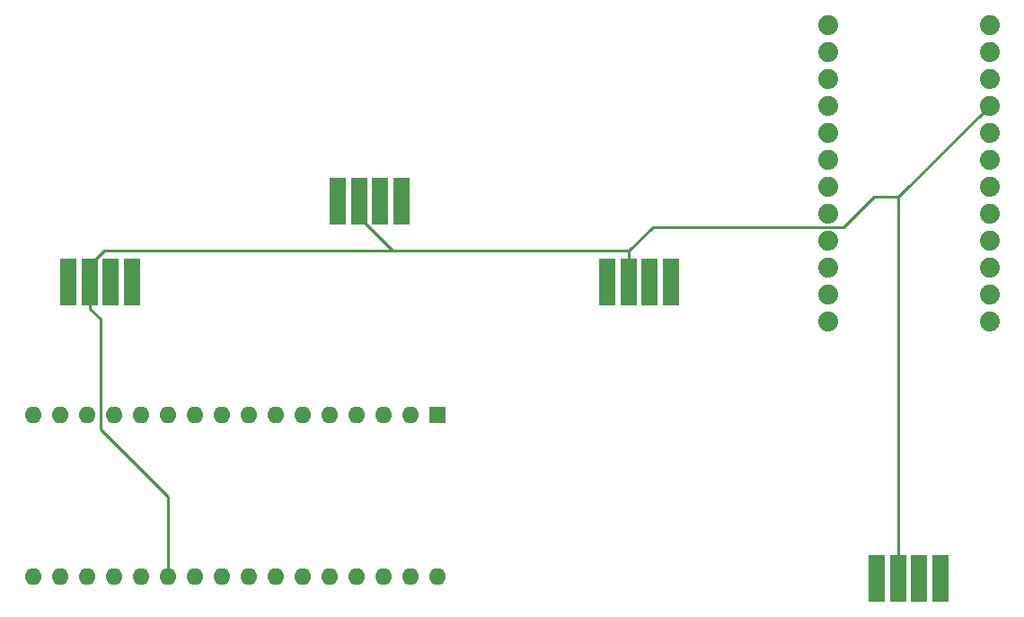
<source format=gbl>
G04 #@! TF.GenerationSoftware,KiCad,Pcbnew,(6.0.4)*
G04 #@! TF.CreationDate,2022-04-03T16:10:21-07:00*
G04 #@! TF.ProjectId,tokiponaboard,746f6b69-706f-46e6-9162-6f6172642e6b,rev?*
G04 #@! TF.SameCoordinates,Original*
G04 #@! TF.FileFunction,Copper,L2,Bot*
G04 #@! TF.FilePolarity,Positive*
%FSLAX46Y46*%
G04 Gerber Fmt 4.6, Leading zero omitted, Abs format (unit mm)*
G04 Created by KiCad (PCBNEW (6.0.4)) date 2022-04-03 16:10:21*
%MOMM*%
%LPD*%
G01*
G04 APERTURE LIST*
G04 #@! TA.AperFunction,ComponentPad*
%ADD10C,1.879600*%
G04 #@! TD*
G04 #@! TA.AperFunction,ComponentPad*
%ADD11R,1.600000X1.600000*%
G04 #@! TD*
G04 #@! TA.AperFunction,ComponentPad*
%ADD12O,1.600000X1.600000*%
G04 #@! TD*
G04 #@! TA.AperFunction,ComponentPad*
%ADD13R,1.498600X4.498340*%
G04 #@! TD*
G04 #@! TA.AperFunction,Conductor*
%ADD14C,0.254000*%
G04 #@! TD*
G04 APERTURE END LIST*
D10*
X104140000Y-29210000D03*
X104140000Y-31750000D03*
X104140000Y-34290000D03*
X104140000Y-36830000D03*
X104140000Y-39370000D03*
X104140000Y-41910000D03*
X104140000Y-44450000D03*
X104140000Y-46990000D03*
X104140000Y-49530000D03*
X104140000Y-52070000D03*
X104140000Y-54610000D03*
X104140000Y-57150000D03*
X119380000Y-57150000D03*
X119380000Y-54610000D03*
X119380000Y-52070000D03*
X119380000Y-49530000D03*
X119380000Y-46990000D03*
X119380000Y-44450000D03*
X119380000Y-41910000D03*
X119380000Y-39370000D03*
X119380000Y-36830000D03*
X119380000Y-34290000D03*
X119380000Y-31750000D03*
X119380000Y-29210000D03*
D11*
X67310000Y-66034996D03*
D12*
X64770000Y-66034996D03*
X62230000Y-66034996D03*
X59690000Y-66034996D03*
X57150000Y-66034996D03*
X54610000Y-66034996D03*
X52070000Y-66034996D03*
X49530000Y-66034996D03*
X46990000Y-66034996D03*
X44450000Y-66034996D03*
X41910000Y-66034996D03*
X39370000Y-66034996D03*
X36830000Y-66034996D03*
X34290000Y-66034996D03*
X31750000Y-66034996D03*
X29210000Y-66034996D03*
X29210000Y-81274996D03*
X31750000Y-81274996D03*
X34290000Y-81274996D03*
X36830000Y-81274996D03*
X39370000Y-81274996D03*
X41910000Y-81274996D03*
X44450000Y-81274996D03*
X46990000Y-81274996D03*
X49530000Y-81274996D03*
X52070000Y-81274996D03*
X54610000Y-81274996D03*
X57150000Y-81274996D03*
X59690000Y-81274996D03*
X62230000Y-81274996D03*
X64770000Y-81274996D03*
X67310000Y-81274996D03*
D13*
X89359740Y-53469540D03*
X85361780Y-53469540D03*
X83360260Y-53469540D03*
X87358220Y-53469540D03*
X114759740Y-81409540D03*
X110761780Y-81409540D03*
X108760260Y-81409540D03*
X112758220Y-81409540D03*
X38559740Y-53469540D03*
X34561780Y-53469540D03*
X32560260Y-53469540D03*
X36558220Y-53469540D03*
X63959740Y-45849540D03*
X59961780Y-45849540D03*
X57960260Y-45849540D03*
X61958220Y-45849540D03*
D14*
X35560000Y-56970930D02*
X35560000Y-67310000D01*
X34561780Y-55972710D02*
X35560000Y-56970930D01*
X34561780Y-53469540D02*
X34561780Y-55972710D01*
X35560000Y-67310000D02*
X41910000Y-73660000D01*
X41910000Y-73660000D02*
X41910000Y-81275000D01*
X85361780Y-50528220D02*
X87630000Y-48260000D01*
X105654720Y-48260000D02*
X108466500Y-45448220D01*
X87630000Y-48260000D02*
X105654720Y-48260000D01*
X108466500Y-45448220D02*
X110761780Y-45448220D01*
X110761780Y-81409540D02*
X110761780Y-45448220D01*
X110761780Y-45448220D02*
X119380000Y-36830000D01*
X59961780Y-45849540D02*
X59961780Y-47349410D01*
X59961780Y-47349410D02*
X63140590Y-50528220D01*
X63140590Y-50528220D02*
X85361780Y-50528220D01*
X85361780Y-50528220D02*
X35892448Y-50528220D01*
X35892448Y-50528220D02*
X34561780Y-51858888D01*
X34561780Y-51858888D02*
X34561780Y-53469540D01*
X85361780Y-50528220D02*
X85361780Y-53469540D01*
M02*

</source>
